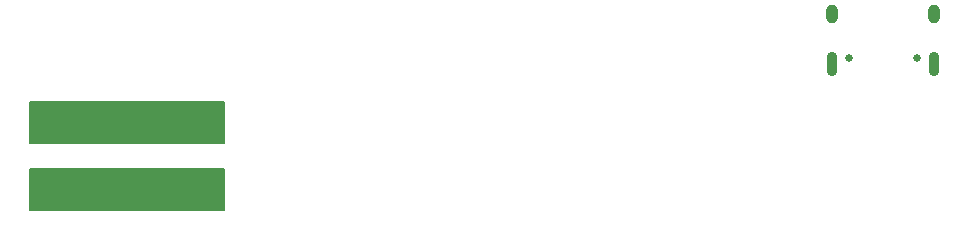
<source format=gbs>
G04 #@! TF.GenerationSoftware,KiCad,Pcbnew,9.0.3*
G04 #@! TF.CreationDate,2025-08-04T02:04:29-07:00*
G04 #@! TF.ProjectId,OneBoardFlex,4f6e6542-6f61-4726-9446-6c65782e6b69,rev?*
G04 #@! TF.SameCoordinates,Original*
G04 #@! TF.FileFunction,Soldermask,Bot*
G04 #@! TF.FilePolarity,Negative*
%FSLAX46Y46*%
G04 Gerber Fmt 4.6, Leading zero omitted, Abs format (unit mm)*
G04 Created by KiCad (PCBNEW 9.0.3) date 2025-08-04 02:04:29*
%MOMM*%
%LPD*%
G01*
G04 APERTURE LIST*
%ADD10C,0.650000*%
%ADD11O,0.900000X2.100000*%
%ADD12O,1.000000X1.600000*%
G04 APERTURE END LIST*
D10*
X195597800Y-72183800D03*
X189817800Y-72183800D03*
D11*
X197027800Y-72683800D03*
D12*
X197027800Y-68503800D03*
D11*
X188387800Y-72683800D03*
D12*
X188387800Y-68503800D03*
G36*
X136963039Y-75849685D02*
G01*
X137008794Y-75902489D01*
X137020000Y-75954000D01*
X137020000Y-79356000D01*
X137000315Y-79423039D01*
X136947511Y-79468794D01*
X136896000Y-79480000D01*
X120534000Y-79480000D01*
X120466961Y-79460315D01*
X120421206Y-79407511D01*
X120410000Y-79356000D01*
X120410000Y-75954000D01*
X120429685Y-75886961D01*
X120482489Y-75841206D01*
X120534000Y-75830000D01*
X136896000Y-75830000D01*
X136963039Y-75849685D01*
G37*
G36*
X136953039Y-81539685D02*
G01*
X136998794Y-81592489D01*
X137010000Y-81644000D01*
X137010000Y-85046000D01*
X136990315Y-85113039D01*
X136937511Y-85158794D01*
X136886000Y-85170000D01*
X120524000Y-85170000D01*
X120456961Y-85150315D01*
X120411206Y-85097511D01*
X120400000Y-85046000D01*
X120400000Y-81644000D01*
X120419685Y-81576961D01*
X120472489Y-81531206D01*
X120524000Y-81520000D01*
X136886000Y-81520000D01*
X136953039Y-81539685D01*
G37*
M02*

</source>
